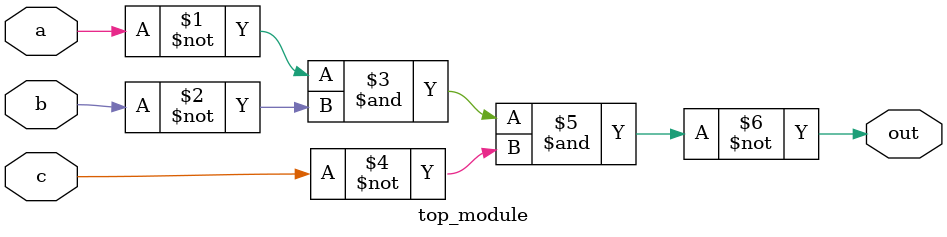
<source format=v>
module top_module(
    input a,
    input b,
    input c,
    output out  ); 
    
    assign out = ~(~a & ~b & ~c);

endmodule

</source>
